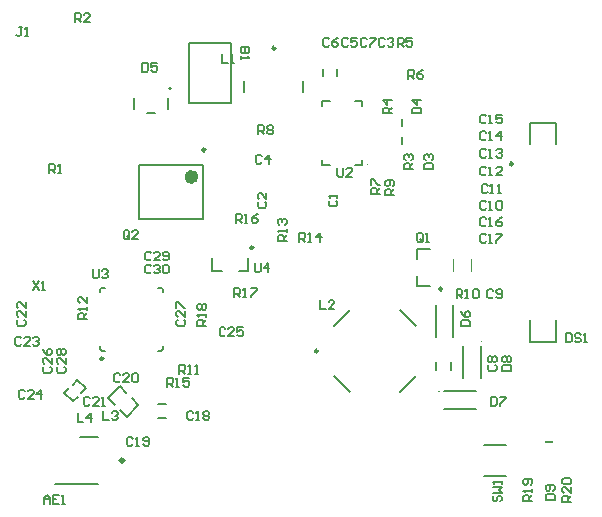
<source format=gto>
G04*
G04 #@! TF.GenerationSoftware,Altium Limited,Altium Designer,22.11.1 (43)*
G04*
G04 Layer_Color=65535*
%FSLAX44Y44*%
%MOMM*%
G71*
G04*
G04 #@! TF.SameCoordinates,4B2A122A-EDDB-492F-91F8-374AC6037894*
G04*
G04*
G04 #@! TF.FilePolarity,Positive*
G04*
G01*
G75*
%ADD10C,0.2500*%
%ADD11C,0.3000*%
%ADD12C,0.1000*%
%ADD13C,0.6000*%
%ADD14C,0.1500*%
%ADD15C,0.2000*%
%ADD16C,0.1270*%
%ADD17C,0.1200*%
%ADD18R,0.8000X0.1500*%
%ADD19R,0.1500X0.8000*%
D10*
X424250Y308000D02*
G03*
X424250Y308000I-1250J0D01*
G01*
X364500Y202253D02*
G03*
X364500Y202253I-1250J0D01*
G01*
X204500Y237250D02*
G03*
X204500Y237250I-1250J0D01*
G01*
X259250Y149500D02*
G03*
X259250Y149500I-1250J0D01*
G01*
X223250Y406003D02*
G03*
X223250Y406003I-1250J0D01*
G01*
X163997Y320000D02*
G03*
X163997Y320000I-1250J0D01*
G01*
X77500Y143250D02*
G03*
X77500Y143250I-1250J0D01*
G01*
D11*
X95000Y56999D02*
G03*
X95000Y56999I-1500J0D01*
G01*
D12*
X398000Y158000D02*
G03*
X398000Y158000I-500J0D01*
G01*
X362002Y115498D02*
G03*
X362002Y115498I-500J0D01*
G01*
X374502Y193000D02*
G03*
X374502Y193000I-500J0D01*
G01*
X301450Y307500D02*
G03*
X301450Y307500I-500J0D01*
G01*
D13*
X155197Y297000D02*
G03*
X155197Y297000I-3000J0D01*
G01*
D14*
X134750Y372000D02*
G03*
X134750Y372000I-750J0D01*
G01*
X124292Y92609D02*
X130692D01*
X124292Y105109D02*
X130692D01*
X371753Y133800D02*
Y140200D01*
X359253Y133800D02*
Y140200D01*
X275753Y382303D02*
Y388703D01*
X263253Y382303D02*
Y388703D01*
X114500Y351000D02*
X121500D01*
X103500Y354500D02*
Y363500D01*
X132500Y354500D02*
Y363500D01*
X140501Y176002D02*
X139251Y174752D01*
Y172253D01*
X140501Y171003D01*
X145499D01*
X146749Y172253D01*
Y174752D01*
X145499Y176002D01*
X146749Y183499D02*
Y178501D01*
X141750Y183499D01*
X140501D01*
X139251Y182250D01*
Y179750D01*
X140501Y178501D01*
X139251Y185998D02*
Y190997D01*
X140501D01*
X145499Y185998D01*
X146749D01*
X164749Y171003D02*
X157251D01*
Y174752D01*
X158501Y176002D01*
X161000D01*
X162250Y174752D01*
Y171003D01*
Y173502D02*
X164749Y176002D01*
Y178501D02*
Y181000D01*
Y179750D01*
X157251D01*
X158501Y178501D01*
Y184749D02*
X157251Y185998D01*
Y188498D01*
X158501Y189747D01*
X159750D01*
X161000Y188498D01*
X162250Y189747D01*
X163499D01*
X164749Y188498D01*
Y185998D01*
X163499Y184749D01*
X162250D01*
X161000Y185998D01*
X159750Y184749D01*
X158501D01*
X161000Y185998D02*
Y188498D01*
X469253Y164749D02*
Y157251D01*
X473002D01*
X474251Y158501D01*
Y163499D01*
X473002Y164749D01*
X469253D01*
X481749Y163499D02*
X480499Y164749D01*
X478000D01*
X476750Y163499D01*
Y162250D01*
X478000Y161000D01*
X480499D01*
X481749Y159750D01*
Y158501D01*
X480499Y157251D01*
X478000D01*
X476750Y158501D01*
X484248Y157251D02*
X486747D01*
X485498D01*
Y164749D01*
X484248Y163499D01*
X209501Y275750D02*
X208251Y274501D01*
Y272002D01*
X209501Y270752D01*
X214499D01*
X215749Y272002D01*
Y274501D01*
X214499Y275750D01*
X215749Y283248D02*
Y278250D01*
X210750Y283248D01*
X209501D01*
X208251Y281998D01*
Y279499D01*
X209501Y278250D01*
X243628Y242251D02*
Y249749D01*
X247377D01*
X248626Y248499D01*
Y246000D01*
X247377Y244750D01*
X243628D01*
X246127D02*
X248626Y242251D01*
X251126D02*
X253625D01*
X252375D01*
Y249749D01*
X251126Y248499D01*
X261122Y242251D02*
Y249749D01*
X257374Y246000D01*
X262372D01*
X232749Y242628D02*
X225251D01*
Y246377D01*
X226501Y247626D01*
X229000D01*
X230250Y246377D01*
Y242628D01*
Y245127D02*
X232749Y247626D01*
Y250126D02*
Y252625D01*
Y251375D01*
X225251D01*
X226501Y250126D01*
Y256374D02*
X225251Y257623D01*
Y260122D01*
X226501Y261372D01*
X227750D01*
X229000Y260122D01*
Y258873D01*
Y260122D01*
X230250Y261372D01*
X231499D01*
X232749Y260122D01*
Y257623D01*
X231499Y256374D01*
X269501Y277000D02*
X268251Y275750D01*
Y273251D01*
X269501Y272002D01*
X274499D01*
X275749Y273251D01*
Y275750D01*
X274499Y277000D01*
X275749Y279499D02*
Y281998D01*
Y280749D01*
X268251D01*
X269501Y279499D01*
X348000Y243501D02*
Y248499D01*
X346750Y249749D01*
X344251D01*
X343002Y248499D01*
Y243501D01*
X344251Y242251D01*
X346750D01*
X345501Y244750D02*
X348000Y242251D01*
X346750D02*
X348000Y243501D01*
X350499Y242251D02*
X352998D01*
X351749D01*
Y249749D01*
X350499Y248499D01*
X260752Y192749D02*
Y185251D01*
X265750D01*
X273248D02*
X268250D01*
X273248Y190250D01*
Y191499D01*
X271998Y192749D01*
X269499D01*
X268250Y191499D01*
X275752Y304749D02*
Y298501D01*
X277002Y297251D01*
X279501D01*
X280750Y298501D01*
Y304749D01*
X288248Y297251D02*
X283250D01*
X288248Y302250D01*
Y303499D01*
X286998Y304749D01*
X284499D01*
X283250Y303499D01*
X118002Y221499D02*
X116752Y222749D01*
X114253D01*
X113003Y221499D01*
Y216501D01*
X114253Y215251D01*
X116752D01*
X118002Y216501D01*
X120501Y221499D02*
X121750Y222749D01*
X124250D01*
X125499Y221499D01*
Y220250D01*
X124250Y219000D01*
X123000D01*
X124250D01*
X125499Y217750D01*
Y216501D01*
X124250Y215251D01*
X121750D01*
X120501Y216501D01*
X127998Y221499D02*
X129248Y222749D01*
X131747D01*
X132997Y221499D01*
Y216501D01*
X131747Y215251D01*
X129248D01*
X127998Y216501D01*
Y221499D01*
X118002Y232499D02*
X116752Y233749D01*
X114253D01*
X113003Y232499D01*
Y227501D01*
X114253Y226251D01*
X116752D01*
X118002Y227501D01*
X125499Y226251D02*
X120501D01*
X125499Y231250D01*
Y232499D01*
X124250Y233749D01*
X121750D01*
X120501Y232499D01*
X127998Y227501D02*
X129248Y226251D01*
X131747D01*
X132997Y227501D01*
Y232499D01*
X131747Y233749D01*
X129248D01*
X127998Y232499D01*
Y231250D01*
X129248Y230000D01*
X132997D01*
X205752Y223749D02*
Y217501D01*
X207002Y216251D01*
X209501D01*
X210750Y217501D01*
Y223749D01*
X216998Y216251D02*
Y223749D01*
X213250Y220000D01*
X218248D01*
X408501Y27251D02*
X407251Y26002D01*
Y23502D01*
X408501Y22253D01*
X409750D01*
X411000Y23502D01*
Y26002D01*
X412250Y27251D01*
X413499D01*
X414749Y26002D01*
Y23502D01*
X413499Y22253D01*
X407251Y29750D02*
X414749D01*
X412250Y32250D01*
X414749Y34749D01*
X407251D01*
X414749Y37248D02*
Y39747D01*
Y38498D01*
X407251D01*
X408501Y37248D01*
X473749Y22003D02*
X466251D01*
Y25752D01*
X467501Y27002D01*
X470000D01*
X471250Y25752D01*
Y22003D01*
Y24502D02*
X473749Y27002D01*
Y34499D02*
Y29501D01*
X468750Y34499D01*
X467501D01*
X466251Y33250D01*
Y30750D01*
X467501Y29501D01*
Y36998D02*
X466251Y38248D01*
Y40747D01*
X467501Y41997D01*
X472499D01*
X473749Y40747D01*
Y38248D01*
X472499Y36998D01*
X467501D01*
X440749Y22628D02*
X433251D01*
Y26377D01*
X434501Y27626D01*
X437000D01*
X438250Y26377D01*
Y22628D01*
Y25127D02*
X440749Y27626D01*
Y30126D02*
Y32625D01*
Y31375D01*
X433251D01*
X434501Y30126D01*
X439499Y36374D02*
X440749Y37623D01*
Y40122D01*
X439499Y41372D01*
X434501D01*
X433251Y40122D01*
Y37623D01*
X434501Y36374D01*
X435750D01*
X437000Y37623D01*
Y41372D01*
X188628Y195251D02*
Y202749D01*
X192377D01*
X193626Y201499D01*
Y199000D01*
X192377Y197750D01*
X188628D01*
X191127D02*
X193626Y195251D01*
X196126D02*
X198625D01*
X197375D01*
Y202749D01*
X196126Y201499D01*
X202374Y202749D02*
X207372D01*
Y201499D01*
X202374Y196501D01*
Y195251D01*
X189628Y258251D02*
Y265749D01*
X193377D01*
X194626Y264499D01*
Y262000D01*
X193377Y260750D01*
X189628D01*
X192127D02*
X194626Y258251D01*
X197126D02*
X199625D01*
X198375D01*
Y265749D01*
X197126Y264499D01*
X208372Y265749D02*
X205873Y264499D01*
X203374Y262000D01*
Y259501D01*
X204623Y258251D01*
X207122D01*
X208372Y259501D01*
Y260750D01*
X207122Y262000D01*
X203374D01*
X131628Y119251D02*
Y126749D01*
X135377D01*
X136626Y125499D01*
Y123000D01*
X135377Y121750D01*
X131628D01*
X134127D02*
X136626Y119251D01*
X139126D02*
X141625D01*
X140375D01*
Y126749D01*
X139126Y125499D01*
X150372Y126749D02*
X145374D01*
Y123000D01*
X147873Y124250D01*
X149122D01*
X150372Y123000D01*
Y120501D01*
X149122Y119251D01*
X146623D01*
X145374Y120501D01*
X99750Y245501D02*
Y250499D01*
X98501Y251749D01*
X96002D01*
X94752Y250499D01*
Y245501D01*
X96002Y244251D01*
X98501D01*
X97251Y246750D02*
X99750Y244251D01*
X98501D02*
X99750Y245501D01*
X107248Y244251D02*
X102250D01*
X107248Y249250D01*
Y250499D01*
X105998Y251749D01*
X103499D01*
X102250Y250499D01*
X452251Y23752D02*
X459749D01*
Y27501D01*
X458499Y28750D01*
X453501D01*
X452251Y27501D01*
Y23752D01*
X458499Y31250D02*
X459749Y32499D01*
Y34998D01*
X458499Y36248D01*
X453501D01*
X452251Y34998D01*
Y32499D01*
X453501Y31250D01*
X454750D01*
X456000Y32499D01*
Y36248D01*
X27253Y20250D02*
Y25248D01*
X29752Y27747D01*
X32251Y25248D01*
Y20250D01*
Y23998D01*
X27253D01*
X39749Y27747D02*
X34750D01*
Y20250D01*
X39749D01*
X34750Y23998D02*
X37250D01*
X42248Y20250D02*
X44747D01*
X43498D01*
Y27747D01*
X42248Y26498D01*
X9000Y423749D02*
X6501D01*
X7750D01*
Y417501D01*
X6501Y416251D01*
X5251D01*
X4002Y417501D01*
X11499Y416251D02*
X13998D01*
X12749D01*
Y423749D01*
X11499Y422499D01*
X405752Y110749D02*
Y103251D01*
X409501D01*
X410750Y104501D01*
Y109499D01*
X409501Y110749D01*
X405752D01*
X413250D02*
X418248D01*
Y109499D01*
X413250Y104501D01*
Y103251D01*
X415251Y132752D02*
X422749D01*
Y136501D01*
X421499Y137750D01*
X416501D01*
X415251Y136501D01*
Y132752D01*
X416501Y140250D02*
X415251Y141499D01*
Y143998D01*
X416501Y145248D01*
X417750D01*
X419000Y143998D01*
X420250Y145248D01*
X421499D01*
X422749Y143998D01*
Y141499D01*
X421499Y140250D01*
X420250D01*
X419000Y141499D01*
X417750Y140250D01*
X416501D01*
X419000Y141499D02*
Y143998D01*
X380251Y170752D02*
X387749D01*
Y174501D01*
X386499Y175750D01*
X381501D01*
X380251Y174501D01*
Y170752D01*
Y183248D02*
X381501Y180749D01*
X384000Y178250D01*
X386499D01*
X387749Y179499D01*
Y181998D01*
X386499Y183248D01*
X385250D01*
X384000Y181998D01*
Y178250D01*
X110752Y393749D02*
Y386251D01*
X114501D01*
X115750Y387501D01*
Y392499D01*
X114501Y393749D01*
X110752D01*
X123248D02*
X118250D01*
Y390000D01*
X120749Y391250D01*
X121998D01*
X123248Y390000D01*
Y387501D01*
X121998Y386251D01*
X119499D01*
X118250Y387501D01*
X18002Y208749D02*
X23000Y201251D01*
Y208749D02*
X18002Y201251D01*
X25499D02*
X27998D01*
X26749D01*
Y208749D01*
X25499Y207499D01*
X68752Y218749D02*
Y212501D01*
X70002Y211251D01*
X72501D01*
X73750Y212501D01*
Y218749D01*
X76250Y217499D02*
X77499Y218749D01*
X79998D01*
X81248Y217499D01*
Y216250D01*
X79998Y215000D01*
X78749D01*
X79998D01*
X81248Y213750D01*
Y212501D01*
X79998Y211251D01*
X77499D01*
X76250Y212501D01*
X63749Y176628D02*
X56251D01*
Y180377D01*
X57501Y181626D01*
X60000D01*
X61250Y180377D01*
Y176628D01*
Y179127D02*
X63749Y181626D01*
Y184126D02*
Y186625D01*
Y185375D01*
X56251D01*
X57501Y184126D01*
X63749Y195372D02*
Y190374D01*
X58750Y195372D01*
X57501D01*
X56251Y194122D01*
Y191623D01*
X57501Y190374D01*
X141878Y130251D02*
Y137749D01*
X145626D01*
X146876Y136499D01*
Y134000D01*
X145626Y132750D01*
X141878D01*
X144377D02*
X146876Y130251D01*
X149375D02*
X151874D01*
X150625D01*
Y137749D01*
X149375Y136499D01*
X155623Y130251D02*
X158122D01*
X156873D01*
Y137749D01*
X155623Y136499D01*
X376628Y194251D02*
Y201749D01*
X380377D01*
X381626Y200499D01*
Y198000D01*
X380377Y196750D01*
X376628D01*
X379127D02*
X381626Y194251D01*
X384126D02*
X386625D01*
X385375D01*
Y201749D01*
X384126Y200499D01*
X390374D02*
X391623Y201749D01*
X394122D01*
X395372Y200499D01*
Y195501D01*
X394122Y194251D01*
X391623D01*
X390374Y195501D01*
Y200499D01*
X323749Y281752D02*
X316251D01*
Y285501D01*
X317501Y286750D01*
X320000D01*
X321250Y285501D01*
Y281752D01*
Y284251D02*
X323749Y286750D01*
X322499Y289250D02*
X323749Y290499D01*
Y292998D01*
X322499Y294248D01*
X317501D01*
X316251Y292998D01*
Y290499D01*
X317501Y289250D01*
X318750D01*
X320000Y290499D01*
Y294248D01*
X208752Y333251D02*
Y340749D01*
X212501D01*
X213750Y339499D01*
Y337000D01*
X212501Y335750D01*
X208752D01*
X211251D02*
X213750Y333251D01*
X216250Y339499D02*
X217499Y340749D01*
X219998D01*
X221248Y339499D01*
Y338250D01*
X219998Y337000D01*
X221248Y335750D01*
Y334501D01*
X219998Y333251D01*
X217499D01*
X216250Y334501D01*
Y335750D01*
X217499Y337000D01*
X216250Y338250D01*
Y339499D01*
X217499Y337000D02*
X219998D01*
X311749Y282752D02*
X304251D01*
Y286501D01*
X305501Y287750D01*
X308000D01*
X309250Y286501D01*
Y282752D01*
Y285251D02*
X311749Y287750D01*
X304251Y290250D02*
Y295248D01*
X305501D01*
X310499Y290250D01*
X311749D01*
X335752Y380251D02*
Y387749D01*
X339501D01*
X340750Y386499D01*
Y384000D01*
X339501Y382750D01*
X335752D01*
X338251D02*
X340750Y380251D01*
X348248Y387749D02*
X345749Y386499D01*
X343250Y384000D01*
Y381501D01*
X344499Y380251D01*
X346998D01*
X348248Y381501D01*
Y382750D01*
X346998Y384000D01*
X343250D01*
X326752Y407251D02*
Y414749D01*
X330501D01*
X331750Y413499D01*
Y411000D01*
X330501Y409750D01*
X326752D01*
X329251D02*
X331750Y407251D01*
X339248Y414749D02*
X334250D01*
Y411000D01*
X336749Y412250D01*
X337998D01*
X339248Y411000D01*
Y408501D01*
X337998Y407251D01*
X335499D01*
X334250Y408501D01*
X321749Y350752D02*
X314251D01*
Y354501D01*
X315501Y355750D01*
X318000D01*
X319250Y354501D01*
Y350752D01*
Y353251D02*
X321749Y355750D01*
Y361998D02*
X314251D01*
X318000Y358250D01*
Y363248D01*
X339749Y303752D02*
X332251D01*
Y307501D01*
X333501Y308750D01*
X336000D01*
X337250Y307501D01*
Y303752D01*
Y306251D02*
X339749Y308750D01*
X333501Y311250D02*
X332251Y312499D01*
Y314998D01*
X333501Y316248D01*
X334750D01*
X336000Y314998D01*
Y313749D01*
Y314998D01*
X337250Y316248D01*
X338499D01*
X339749Y314998D01*
Y312499D01*
X338499Y311250D01*
X53752Y428251D02*
Y435749D01*
X57501D01*
X58750Y434499D01*
Y432000D01*
X57501Y430750D01*
X53752D01*
X56251D02*
X58750Y428251D01*
X66248D02*
X61250D01*
X66248Y433250D01*
Y434499D01*
X64998Y435749D01*
X62499D01*
X61250Y434499D01*
X32002Y300251D02*
Y307749D01*
X35750D01*
X37000Y306499D01*
Y304000D01*
X35750Y302750D01*
X32002D01*
X34501D02*
X37000Y300251D01*
X39499D02*
X41998D01*
X40749D01*
Y307749D01*
X39499Y306499D01*
X55752Y96749D02*
Y89251D01*
X60750D01*
X66998D02*
Y96749D01*
X63250Y93000D01*
X68248D01*
X77260Y98749D02*
Y91251D01*
X82258D01*
X84757Y97499D02*
X86007Y98749D01*
X88506D01*
X89756Y97499D01*
Y96250D01*
X88506Y95000D01*
X87256D01*
X88506D01*
X89756Y93750D01*
Y92501D01*
X88506Y91251D01*
X86007D01*
X84757Y92501D01*
X178002Y400749D02*
Y393251D01*
X183000D01*
X185499D02*
X187998D01*
X186749D01*
Y400749D01*
X185499Y399499D01*
X339251Y350752D02*
X346749D01*
Y354501D01*
X345499Y355750D01*
X340501D01*
X339251Y354501D01*
Y350752D01*
X346749Y361998D02*
X339251D01*
X343000Y358250D01*
Y363248D01*
X349251Y303752D02*
X356749D01*
Y307501D01*
X355499Y308750D01*
X350501D01*
X349251Y307501D01*
Y303752D01*
X350501Y311250D02*
X349251Y312499D01*
Y314998D01*
X350501Y316248D01*
X351750D01*
X353000Y314998D01*
Y313749D01*
Y314998D01*
X354250Y316248D01*
X355499D01*
X356749Y314998D01*
Y312499D01*
X355499Y311250D01*
X39501Y136352D02*
X38251Y135102D01*
Y132603D01*
X39501Y131353D01*
X44499D01*
X45749Y132603D01*
Y135102D01*
X44499Y136352D01*
X45749Y143849D02*
Y138851D01*
X40750Y143849D01*
X39501D01*
X38251Y142600D01*
Y140101D01*
X39501Y138851D01*
Y146349D02*
X38251Y147598D01*
Y150097D01*
X39501Y151347D01*
X40750D01*
X42000Y150097D01*
X43250Y151347D01*
X44499D01*
X45749Y150097D01*
Y147598D01*
X44499Y146349D01*
X43250D01*
X42000Y147598D01*
X40750Y146349D01*
X39501D01*
X42000Y147598D02*
Y150097D01*
X27501Y136352D02*
X26251Y135102D01*
Y132603D01*
X27501Y131353D01*
X32499D01*
X33749Y132603D01*
Y135102D01*
X32499Y136352D01*
X33749Y143849D02*
Y138851D01*
X28750Y143849D01*
X27501D01*
X26251Y142600D01*
Y140101D01*
X27501Y138851D01*
X26251Y151347D02*
X27501Y148848D01*
X30000Y146349D01*
X32499D01*
X33749Y147598D01*
Y150097D01*
X32499Y151347D01*
X31250D01*
X30000Y150097D01*
Y146349D01*
X181002Y168499D02*
X179752Y169749D01*
X177253D01*
X176003Y168499D01*
Y163501D01*
X177253Y162251D01*
X179752D01*
X181002Y163501D01*
X188499Y162251D02*
X183501D01*
X188499Y167250D01*
Y168499D01*
X187250Y169749D01*
X184750D01*
X183501Y168499D01*
X195997Y169749D02*
X190998D01*
Y166000D01*
X193498Y167250D01*
X194747D01*
X195997Y166000D01*
Y163501D01*
X194747Y162251D01*
X192248D01*
X190998Y163501D01*
X11002Y115499D02*
X9752Y116749D01*
X7253D01*
X6003Y115499D01*
Y110501D01*
X7253Y109251D01*
X9752D01*
X11002Y110501D01*
X18499Y109251D02*
X13501D01*
X18499Y114250D01*
Y115499D01*
X17250Y116749D01*
X14750D01*
X13501Y115499D01*
X24747Y109251D02*
Y116749D01*
X20998Y113000D01*
X25997D01*
X8002Y160499D02*
X6752Y161749D01*
X4253D01*
X3003Y160499D01*
Y155501D01*
X4253Y154251D01*
X6752D01*
X8002Y155501D01*
X15499Y154251D02*
X10501D01*
X15499Y159250D01*
Y160499D01*
X14250Y161749D01*
X11750D01*
X10501Y160499D01*
X17998D02*
X19248Y161749D01*
X21747D01*
X22997Y160499D01*
Y159250D01*
X21747Y158000D01*
X20498D01*
X21747D01*
X22997Y156750D01*
Y155501D01*
X21747Y154251D01*
X19248D01*
X17998Y155501D01*
X5501Y176002D02*
X4251Y174752D01*
Y172253D01*
X5501Y171003D01*
X10499D01*
X11749Y172253D01*
Y174752D01*
X10499Y176002D01*
X11749Y183499D02*
Y178501D01*
X6750Y183499D01*
X5501D01*
X4251Y182250D01*
Y179750D01*
X5501Y178501D01*
X11749Y190997D02*
Y185998D01*
X6750Y190997D01*
X5501D01*
X4251Y189747D01*
Y187248D01*
X5501Y185998D01*
X66251Y109499D02*
X65002Y110749D01*
X62502D01*
X61253Y109499D01*
Y104501D01*
X62502Y103251D01*
X65002D01*
X66251Y104501D01*
X73749Y103251D02*
X68750D01*
X73749Y108250D01*
Y109499D01*
X72499Y110749D01*
X70000D01*
X68750Y109499D01*
X76248Y103251D02*
X78747D01*
X77498D01*
Y110749D01*
X76248Y109499D01*
X92002Y129499D02*
X90752Y130749D01*
X88253D01*
X87003Y129499D01*
Y124501D01*
X88253Y123251D01*
X90752D01*
X92002Y124501D01*
X99499Y123251D02*
X94501D01*
X99499Y128250D01*
Y129499D01*
X98250Y130749D01*
X95750D01*
X94501Y129499D01*
X101998D02*
X103248Y130749D01*
X105747D01*
X106997Y129499D01*
Y124501D01*
X105747Y123251D01*
X103248D01*
X101998Y124501D01*
Y129499D01*
X102626Y75499D02*
X101377Y76749D01*
X98878D01*
X97628Y75499D01*
Y70501D01*
X98878Y69251D01*
X101377D01*
X102626Y70501D01*
X105126Y69251D02*
X107625D01*
X106375D01*
Y76749D01*
X105126Y75499D01*
X111374Y70501D02*
X112623Y69251D01*
X115122D01*
X116372Y70501D01*
Y75499D01*
X115122Y76749D01*
X112623D01*
X111374Y75499D01*
Y74250D01*
X112623Y73000D01*
X116372D01*
X153626Y97499D02*
X152377Y98749D01*
X149878D01*
X148628Y97499D01*
Y92501D01*
X149878Y91251D01*
X152377D01*
X153626Y92501D01*
X156126Y91251D02*
X158625D01*
X157375D01*
Y98749D01*
X156126Y97499D01*
X162374D02*
X163623Y98749D01*
X166122D01*
X167372Y97499D01*
Y96250D01*
X166122Y95000D01*
X167372Y93750D01*
Y92501D01*
X166122Y91251D01*
X163623D01*
X162374Y92501D01*
Y93750D01*
X163623Y95000D01*
X162374Y96250D01*
Y97499D01*
X163623Y95000D02*
X166122D01*
X401626Y247499D02*
X400377Y248749D01*
X397878D01*
X396628Y247499D01*
Y242501D01*
X397878Y241251D01*
X400377D01*
X401626Y242501D01*
X404126Y241251D02*
X406625D01*
X405375D01*
Y248749D01*
X404126Y247499D01*
X410374Y248749D02*
X415372D01*
Y247499D01*
X410374Y242501D01*
Y241251D01*
X401626Y261499D02*
X400377Y262749D01*
X397878D01*
X396628Y261499D01*
Y256501D01*
X397878Y255251D01*
X400377D01*
X401626Y256501D01*
X404126Y255251D02*
X406625D01*
X405375D01*
Y262749D01*
X404126Y261499D01*
X415372Y262749D02*
X412873Y261499D01*
X410374Y259000D01*
Y256501D01*
X411623Y255251D01*
X414122D01*
X415372Y256501D01*
Y257750D01*
X414122Y259000D01*
X410374D01*
X401626Y348499D02*
X400377Y349749D01*
X397878D01*
X396628Y348499D01*
Y343501D01*
X397878Y342251D01*
X400377D01*
X401626Y343501D01*
X404126Y342251D02*
X406625D01*
X405375D01*
Y349749D01*
X404126Y348499D01*
X415372Y349749D02*
X410374D01*
Y346000D01*
X412873Y347250D01*
X414122D01*
X415372Y346000D01*
Y343501D01*
X414122Y342251D01*
X411623D01*
X410374Y343501D01*
X401626Y334499D02*
X400377Y335749D01*
X397878D01*
X396628Y334499D01*
Y329501D01*
X397878Y328251D01*
X400377D01*
X401626Y329501D01*
X404126Y328251D02*
X406625D01*
X405375D01*
Y335749D01*
X404126Y334499D01*
X414122Y328251D02*
Y335749D01*
X410374Y332000D01*
X415372D01*
X401626Y319499D02*
X400377Y320749D01*
X397878D01*
X396628Y319499D01*
Y314501D01*
X397878Y313251D01*
X400377D01*
X401626Y314501D01*
X404126Y313251D02*
X406625D01*
X405375D01*
Y320749D01*
X404126Y319499D01*
X410374D02*
X411623Y320749D01*
X414122D01*
X415372Y319499D01*
Y318250D01*
X414122Y317000D01*
X412873D01*
X414122D01*
X415372Y315750D01*
Y314501D01*
X414122Y313251D01*
X411623D01*
X410374Y314501D01*
X401626Y304499D02*
X400377Y305749D01*
X397878D01*
X396628Y304499D01*
Y299501D01*
X397878Y298251D01*
X400377D01*
X401626Y299501D01*
X404126Y298251D02*
X406625D01*
X405375D01*
Y305749D01*
X404126Y304499D01*
X415372Y298251D02*
X410374D01*
X415372Y303250D01*
Y304499D01*
X414122Y305749D01*
X411623D01*
X410374Y304499D01*
X402876Y289499D02*
X401626Y290749D01*
X399127D01*
X397878Y289499D01*
Y284501D01*
X399127Y283251D01*
X401626D01*
X402876Y284501D01*
X405375Y283251D02*
X407874D01*
X406625D01*
Y290749D01*
X405375Y289499D01*
X411623Y283251D02*
X414122D01*
X412873D01*
Y290749D01*
X411623Y289499D01*
X401626Y275499D02*
X400377Y276749D01*
X397878D01*
X396628Y275499D01*
Y270501D01*
X397878Y269251D01*
X400377D01*
X401626Y270501D01*
X404126Y269251D02*
X406625D01*
X405375D01*
Y276749D01*
X404126Y275499D01*
X410374D02*
X411623Y276749D01*
X414122D01*
X415372Y275499D01*
Y270501D01*
X414122Y269251D01*
X411623D01*
X410374Y270501D01*
Y275499D01*
X407750Y200499D02*
X406501Y201749D01*
X404002D01*
X402752Y200499D01*
Y195501D01*
X404002Y194251D01*
X406501D01*
X407750Y195501D01*
X410250D02*
X411499Y194251D01*
X413998D01*
X415248Y195501D01*
Y200499D01*
X413998Y201749D01*
X411499D01*
X410250Y200499D01*
Y199250D01*
X411499Y198000D01*
X415248D01*
X404501Y137750D02*
X403251Y136501D01*
Y134002D01*
X404501Y132752D01*
X409499D01*
X410749Y134002D01*
Y136501D01*
X409499Y137750D01*
X404501Y140250D02*
X403251Y141499D01*
Y143998D01*
X404501Y145248D01*
X405750D01*
X407000Y143998D01*
X408250Y145248D01*
X409499D01*
X410749Y143998D01*
Y141499D01*
X409499Y140250D01*
X408250D01*
X407000Y141499D01*
X405750Y140250D01*
X404501D01*
X407000Y141499D02*
Y143998D01*
X300750Y413499D02*
X299501Y414749D01*
X297002D01*
X295752Y413499D01*
Y408501D01*
X297002Y407251D01*
X299501D01*
X300750Y408501D01*
X303250Y414749D02*
X308248D01*
Y413499D01*
X303250Y408501D01*
Y407251D01*
X268750Y413499D02*
X267501Y414749D01*
X265002D01*
X263752Y413499D01*
Y408501D01*
X265002Y407251D01*
X267501D01*
X268750Y408501D01*
X276248Y414749D02*
X273749Y413499D01*
X271250Y411000D01*
Y408501D01*
X272499Y407251D01*
X274998D01*
X276248Y408501D01*
Y409750D01*
X274998Y411000D01*
X271250D01*
X284750Y413499D02*
X283501Y414749D01*
X281002D01*
X279752Y413499D01*
Y408501D01*
X281002Y407251D01*
X283501D01*
X284750Y408501D01*
X292248Y414749D02*
X287250D01*
Y411000D01*
X289749Y412250D01*
X290998D01*
X292248Y411000D01*
Y408501D01*
X290998Y407251D01*
X288499D01*
X287250Y408501D01*
X211750Y314499D02*
X210501Y315749D01*
X208002D01*
X206752Y314499D01*
Y309501D01*
X208002Y308251D01*
X210501D01*
X211750Y309501D01*
X217998Y308251D02*
Y315749D01*
X214250Y312000D01*
X219248D01*
X315750Y413499D02*
X314501Y414749D01*
X312002D01*
X310752Y413499D01*
Y408501D01*
X312002Y407251D01*
X314501D01*
X315750Y408501D01*
X318250Y413499D02*
X319499Y414749D01*
X321998D01*
X323248Y413499D01*
Y412250D01*
X321998Y411000D01*
X320749D01*
X321998D01*
X323248Y409750D01*
Y408501D01*
X321998Y407251D01*
X319499D01*
X318250Y408501D01*
X201279Y406598D02*
X193781D01*
Y402850D01*
X195031Y401600D01*
X196280D01*
X197530Y402850D01*
Y406598D01*
Y402850D01*
X198780Y401600D01*
X200029D01*
X201279Y402850D01*
Y406598D01*
X193781Y399101D02*
Y396602D01*
Y397851D01*
X201279D01*
X200029Y399101D01*
D15*
X439250Y342750D02*
X460750D01*
X439250Y324500D02*
Y342750D01*
X460750Y324500D02*
Y342750D01*
Y157250D02*
Y175500D01*
X439250Y157250D02*
Y175500D01*
Y157250D02*
X460750D01*
X343500Y227752D02*
Y236003D01*
X354500D01*
X343500Y205002D02*
Y213253D01*
Y205002D02*
X354500D01*
X169500Y217500D02*
X177750D01*
X169500D02*
Y228500D01*
X192250Y217500D02*
X200500D01*
Y228500D01*
X57500Y76999D02*
X73000D01*
X37000Y36999D02*
X73000D01*
X399500Y70000D02*
X418500D01*
X399500Y44000D02*
X418500D01*
X382500Y126750D02*
Y153750D01*
X397500Y126750D02*
Y153750D01*
X365752Y100498D02*
X392752D01*
X365752Y115498D02*
X392752D01*
X272500Y128500D02*
X286500Y114500D01*
X328500D02*
X342500Y128500D01*
X328500Y184500D02*
X342500Y170500D01*
X272500D02*
X286500Y184500D01*
X359002Y161750D02*
Y188750D01*
X374002Y161750D02*
Y188750D01*
X296950Y307500D02*
Y311750D01*
Y357250D02*
Y361500D01*
X262950Y307500D02*
Y311750D01*
Y357250D02*
Y361500D01*
X290400Y307500D02*
X296950D01*
X262950D02*
X269500D01*
X290400Y361500D02*
X296950D01*
X262950D02*
X269500D01*
X247000Y369002D02*
Y378003D01*
X197000Y369002D02*
Y378003D01*
X150220Y359900D02*
Y410700D01*
X185780D01*
Y359900D02*
Y410700D01*
X150220Y359900D02*
X185780D01*
X108197Y261000D02*
Y307000D01*
X162197Y261000D02*
Y307000D01*
X108197Y261000D02*
X162197D01*
X108197Y307000D02*
X162197D01*
X126750Y149750D02*
X128250Y151250D01*
X126750Y203250D02*
X128250Y201750D01*
X74750D02*
X76250Y203250D01*
X74750Y151250D02*
X76250Y149750D01*
X128250Y151250D02*
Y153750D01*
X124250Y149750D02*
X126750D01*
X128250Y199250D02*
Y201750D01*
X124250Y203250D02*
X126750D01*
X76250D02*
X78750D01*
X74750Y199250D02*
Y201750D01*
Y151250D02*
Y153750D01*
X76250Y149750D02*
X78750D01*
D16*
X91903Y99765D02*
X97651Y94017D01*
X107349Y103716D01*
X91365Y119701D02*
X97112Y113954D01*
X81666Y110002D02*
X91365Y119701D01*
X81666Y110002D02*
X87413Y104255D01*
X101602Y109464D02*
X107349Y103716D01*
X44683Y114291D02*
X48724Y118332D01*
X44683Y114291D02*
X51868Y107107D01*
X55819Y111058D01*
X51508Y121116D02*
X55460Y125068D01*
X62644Y117883D01*
X58603Y113842D02*
X62644Y117883D01*
D17*
X373862Y217144D02*
Y227304D01*
X389101Y217144D02*
Y227304D01*
D18*
X455000Y72750D02*
D03*
D19*
X330250Y327500D02*
D03*
Y342500D02*
D03*
M02*

</source>
